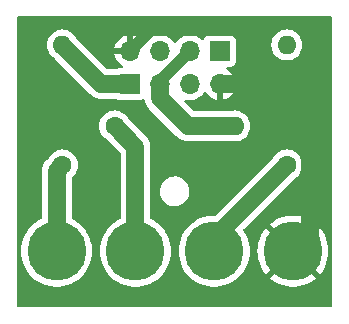
<source format=gtl>
G04 #@! TF.GenerationSoftware,KiCad,Pcbnew,7.0.10*
G04 #@! TF.CreationDate,2024-07-28T21:48:16+02:00*
G04 #@! TF.ProjectId,Traffic LED Board,54726166-6669-4632-904c-454420426f61,rev?*
G04 #@! TF.SameCoordinates,Original*
G04 #@! TF.FileFunction,Copper,L1,Top*
G04 #@! TF.FilePolarity,Positive*
%FSLAX46Y46*%
G04 Gerber Fmt 4.6, Leading zero omitted, Abs format (unit mm)*
G04 Created by KiCad (PCBNEW 7.0.10) date 2024-07-28 21:48:16*
%MOMM*%
%LPD*%
G01*
G04 APERTURE LIST*
G04 #@! TA.AperFunction,ComponentPad*
%ADD10R,1.700000X1.700000*%
G04 #@! TD*
G04 #@! TA.AperFunction,ComponentPad*
%ADD11O,1.700000X1.700000*%
G04 #@! TD*
G04 #@! TA.AperFunction,ComponentPad*
%ADD12C,5.000000*%
G04 #@! TD*
G04 #@! TA.AperFunction,ComponentPad*
%ADD13C,1.600000*%
G04 #@! TD*
G04 #@! TA.AperFunction,ComponentPad*
%ADD14O,1.600000X1.600000*%
G04 #@! TD*
G04 #@! TA.AperFunction,Conductor*
%ADD15C,1.500000*%
G04 #@! TD*
G04 #@! TA.AperFunction,Conductor*
%ADD16C,1.000000*%
G04 #@! TD*
G04 APERTURE END LIST*
D10*
X109474000Y-105918000D03*
D11*
X112014000Y-105918000D03*
X114554000Y-105918000D03*
X117094000Y-105918000D03*
D12*
X109950599Y-120064356D03*
D13*
X103774000Y-112776000D03*
D14*
X103774000Y-102616000D03*
D13*
X122774000Y-112776000D03*
D14*
X122774000Y-102616000D03*
D10*
X117094000Y-103124000D03*
D11*
X114554000Y-103124000D03*
X112014000Y-103124000D03*
X109474000Y-103124000D03*
D12*
X103283933Y-120064356D03*
X123283933Y-120064356D03*
D13*
X108194000Y-109474000D03*
D14*
X118354000Y-109474000D03*
D12*
X116617265Y-120064356D03*
D15*
X119888000Y-105918000D02*
X117094000Y-105918000D01*
X124714000Y-108458000D02*
X122174000Y-105918000D01*
D16*
X109474000Y-103124000D02*
X111252000Y-101346000D01*
D15*
X124714000Y-118634289D02*
X124714000Y-108458000D01*
X123283933Y-120064356D02*
X124714000Y-118634289D01*
D16*
X111252000Y-101346000D02*
X118416000Y-101346000D01*
D15*
X122174000Y-105918000D02*
X119888000Y-105918000D01*
D16*
X119888000Y-102818000D02*
X119888000Y-105918000D01*
X118416000Y-101346000D02*
X119888000Y-102818000D01*
D15*
X103283933Y-113266067D02*
X103774000Y-112776000D01*
X103283933Y-120064356D02*
X103283933Y-113266067D01*
X109950599Y-111230599D02*
X108194000Y-109474000D01*
X109950599Y-120064356D02*
X109950599Y-111230599D01*
X116617265Y-120064356D02*
X116617265Y-118932735D01*
X116617265Y-118932735D02*
X122774000Y-112776000D01*
X107076000Y-105918000D02*
X103774000Y-102616000D01*
X109474000Y-105918000D02*
X107076000Y-105918000D01*
D16*
X112014000Y-105918000D02*
X112014000Y-105664000D01*
X112014000Y-105664000D02*
X114554000Y-103124000D01*
D15*
X114367919Y-109474000D02*
X112014000Y-107120081D01*
X118354000Y-109474000D02*
X114367919Y-109474000D01*
X112014000Y-107120081D02*
X112014000Y-105918000D01*
G04 #@! TA.AperFunction,Conductor*
G36*
X126551500Y-100185224D02*
G01*
X126597255Y-100238028D01*
X126608461Y-100289539D01*
X126608461Y-124710461D01*
X126588776Y-124777500D01*
X126535972Y-124823255D01*
X126484461Y-124834461D01*
X100063539Y-124834461D01*
X99996500Y-124814776D01*
X99950745Y-124761972D01*
X99939539Y-124710461D01*
X99939539Y-120064359D01*
X100270334Y-120064359D01*
X100290711Y-120414213D01*
X100290712Y-120414224D01*
X100351563Y-120759331D01*
X100351565Y-120759338D01*
X100452076Y-121095069D01*
X100590879Y-121416848D01*
X100590885Y-121416861D01*
X100766108Y-121720357D01*
X100975378Y-122001456D01*
X100975383Y-122001462D01*
X100978394Y-122004653D01*
X101215876Y-122256368D01*
X101215882Y-122256373D01*
X101215884Y-122256375D01*
X101476197Y-122474805D01*
X101484336Y-122481634D01*
X101777133Y-122674209D01*
X102090307Y-122831491D01*
X102419623Y-122951352D01*
X102419629Y-122951353D01*
X102419631Y-122951354D01*
X102760611Y-123032169D01*
X102760618Y-123032170D01*
X102760627Y-123032172D01*
X103108708Y-123072856D01*
X103108715Y-123072856D01*
X103459151Y-123072856D01*
X103459158Y-123072856D01*
X103807239Y-123032172D01*
X103807248Y-123032169D01*
X103807254Y-123032169D01*
X104082304Y-122966979D01*
X104148243Y-122951352D01*
X104477559Y-122831491D01*
X104790733Y-122674209D01*
X105083530Y-122481634D01*
X105351990Y-122256368D01*
X105592484Y-122001460D01*
X105801758Y-121720356D01*
X105976983Y-121416857D01*
X106115790Y-121095068D01*
X106216300Y-120759340D01*
X106216650Y-120757358D01*
X106277153Y-120414224D01*
X106277152Y-120414224D01*
X106277155Y-120414213D01*
X106297532Y-120064356D01*
X106277155Y-119714499D01*
X106251868Y-119571089D01*
X106216302Y-119369380D01*
X106216300Y-119369373D01*
X106141407Y-119119212D01*
X106115790Y-119033644D01*
X105976983Y-118711855D01*
X105801758Y-118408356D01*
X105774567Y-118371832D01*
X105592487Y-118127255D01*
X105592482Y-118127249D01*
X105476195Y-118003994D01*
X105351990Y-117872344D01*
X105351983Y-117872338D01*
X105351981Y-117872336D01*
X105083533Y-117647080D01*
X104790727Y-117454499D01*
X104790725Y-117454498D01*
X104610782Y-117364127D01*
X104559708Y-117316449D01*
X104542433Y-117253317D01*
X104542433Y-113899870D01*
X104562118Y-113832831D01*
X104595308Y-113798296D01*
X104618300Y-113782198D01*
X104780198Y-113620300D01*
X104911523Y-113432749D01*
X105008284Y-113225243D01*
X105067543Y-113004087D01*
X105087498Y-112776000D01*
X105067543Y-112547913D01*
X105008284Y-112326757D01*
X104911523Y-112119251D01*
X104780198Y-111931700D01*
X104618300Y-111769802D01*
X104430749Y-111638477D01*
X104430745Y-111638475D01*
X104223249Y-111541718D01*
X104223238Y-111541714D01*
X104002089Y-111482457D01*
X104002081Y-111482456D01*
X103774002Y-111462502D01*
X103773998Y-111462502D01*
X103545918Y-111482456D01*
X103545910Y-111482457D01*
X103324761Y-111541714D01*
X103324750Y-111541718D01*
X103117254Y-111638475D01*
X103117252Y-111638476D01*
X103117251Y-111638477D01*
X102929700Y-111769802D01*
X102929698Y-111769803D01*
X102929695Y-111769806D01*
X102767806Y-111931695D01*
X102636473Y-112119256D01*
X102633057Y-112126582D01*
X102608360Y-112161850D01*
X102448939Y-112321271D01*
X102438574Y-112330535D01*
X102410716Y-112352751D01*
X102410710Y-112352757D01*
X102366822Y-112402991D01*
X102361133Y-112409078D01*
X102354067Y-112416144D01*
X102327767Y-112447646D01*
X102325963Y-112449758D01*
X102261670Y-112523348D01*
X102261665Y-112523354D01*
X102259379Y-112527181D01*
X102248132Y-112543034D01*
X102245261Y-112546472D01*
X102197022Y-112631487D01*
X102195623Y-112633889D01*
X102145485Y-112717807D01*
X102145476Y-112717825D01*
X102143904Y-112722014D01*
X102135672Y-112739610D01*
X102133465Y-112743500D01*
X102133464Y-112743501D01*
X102101167Y-112835798D01*
X102100220Y-112838410D01*
X102065883Y-112929902D01*
X102065881Y-112929908D01*
X102065082Y-112934312D01*
X102060121Y-112953104D01*
X102058647Y-112957316D01*
X102058646Y-112957319D01*
X102043357Y-113053845D01*
X102042892Y-113056584D01*
X102025433Y-113152800D01*
X102025433Y-113157259D01*
X102023906Y-113176662D01*
X102023207Y-113181068D01*
X102025402Y-113278821D01*
X102025433Y-113281603D01*
X102025433Y-117253317D01*
X102005748Y-117320356D01*
X101957084Y-117364127D01*
X101777140Y-117454498D01*
X101777138Y-117454499D01*
X101484332Y-117647080D01*
X101215884Y-117872336D01*
X101215874Y-117872346D01*
X100975383Y-118127249D01*
X100975378Y-118127255D01*
X100766108Y-118408354D01*
X100590885Y-118711850D01*
X100590879Y-118711863D01*
X100452076Y-119033642D01*
X100351565Y-119369373D01*
X100351563Y-119369380D01*
X100290712Y-119714487D01*
X100290711Y-119714498D01*
X100270334Y-120064352D01*
X100270334Y-120064359D01*
X99939539Y-120064359D01*
X99939539Y-109474001D01*
X106880502Y-109474001D01*
X106900456Y-109702081D01*
X106900457Y-109702089D01*
X106959714Y-109923238D01*
X106959718Y-109923249D01*
X107056475Y-110130745D01*
X107056477Y-110130749D01*
X107187802Y-110318300D01*
X107349700Y-110480198D01*
X107537251Y-110611523D01*
X107544573Y-110614937D01*
X107579850Y-110639638D01*
X108655780Y-111715568D01*
X108689265Y-111776891D01*
X108692099Y-111803249D01*
X108692099Y-117253317D01*
X108672414Y-117320356D01*
X108623750Y-117364127D01*
X108443806Y-117454498D01*
X108443804Y-117454499D01*
X108150998Y-117647080D01*
X107882550Y-117872336D01*
X107882540Y-117872346D01*
X107642049Y-118127249D01*
X107642044Y-118127255D01*
X107432774Y-118408354D01*
X107257551Y-118711850D01*
X107257545Y-118711863D01*
X107118742Y-119033642D01*
X107018231Y-119369373D01*
X107018229Y-119369380D01*
X106957378Y-119714487D01*
X106957377Y-119714498D01*
X106937000Y-120064352D01*
X106937000Y-120064359D01*
X106957377Y-120414213D01*
X106957378Y-120414224D01*
X107018229Y-120759331D01*
X107018231Y-120759338D01*
X107118742Y-121095069D01*
X107257545Y-121416848D01*
X107257551Y-121416861D01*
X107432774Y-121720357D01*
X107642044Y-122001456D01*
X107642049Y-122001462D01*
X107645060Y-122004653D01*
X107882542Y-122256368D01*
X107882548Y-122256373D01*
X107882550Y-122256375D01*
X108142863Y-122474805D01*
X108151002Y-122481634D01*
X108443799Y-122674209D01*
X108756973Y-122831491D01*
X109086289Y-122951352D01*
X109086295Y-122951353D01*
X109086297Y-122951354D01*
X109427277Y-123032169D01*
X109427284Y-123032170D01*
X109427293Y-123032172D01*
X109775374Y-123072856D01*
X109775381Y-123072856D01*
X110125817Y-123072856D01*
X110125824Y-123072856D01*
X110473905Y-123032172D01*
X110473914Y-123032169D01*
X110473920Y-123032169D01*
X110748970Y-122966979D01*
X110814909Y-122951352D01*
X111144225Y-122831491D01*
X111457399Y-122674209D01*
X111750196Y-122481634D01*
X112018656Y-122256368D01*
X112259150Y-122001460D01*
X112468424Y-121720356D01*
X112643649Y-121416857D01*
X112782456Y-121095068D01*
X112882966Y-120759340D01*
X112883316Y-120757358D01*
X112943819Y-120414224D01*
X112943818Y-120414224D01*
X112943821Y-120414213D01*
X112964198Y-120064359D01*
X113603666Y-120064359D01*
X113624043Y-120414213D01*
X113624044Y-120414224D01*
X113684895Y-120759331D01*
X113684897Y-120759338D01*
X113785408Y-121095069D01*
X113924211Y-121416848D01*
X113924217Y-121416861D01*
X114099440Y-121720357D01*
X114308710Y-122001456D01*
X114308715Y-122001462D01*
X114311726Y-122004653D01*
X114549208Y-122256368D01*
X114549214Y-122256373D01*
X114549216Y-122256375D01*
X114809529Y-122474805D01*
X114817668Y-122481634D01*
X115110465Y-122674209D01*
X115423639Y-122831491D01*
X115752955Y-122951352D01*
X115752961Y-122951353D01*
X115752963Y-122951354D01*
X116093943Y-123032169D01*
X116093950Y-123032170D01*
X116093959Y-123032172D01*
X116442040Y-123072856D01*
X116442047Y-123072856D01*
X116792483Y-123072856D01*
X116792490Y-123072856D01*
X117140571Y-123032172D01*
X117140580Y-123032169D01*
X117140586Y-123032169D01*
X117415636Y-122966979D01*
X117481575Y-122951352D01*
X117810891Y-122831491D01*
X118124065Y-122674209D01*
X118416862Y-122481634D01*
X118685322Y-122256368D01*
X118925816Y-122001460D01*
X119135090Y-121720356D01*
X119310315Y-121416857D01*
X119449122Y-121095068D01*
X119549632Y-120759340D01*
X119549982Y-120757358D01*
X119610485Y-120414224D01*
X119610484Y-120414224D01*
X119610487Y-120414213D01*
X119630864Y-120064359D01*
X120278849Y-120064359D01*
X120299168Y-120413225D01*
X120299169Y-120413236D01*
X120359847Y-120757358D01*
X120359849Y-120757367D01*
X120460078Y-121092156D01*
X120598488Y-121413026D01*
X120598494Y-121413039D01*
X120773222Y-121715678D01*
X120981900Y-121995981D01*
X120990081Y-122004652D01*
X122237597Y-120757136D01*
X122376788Y-120931676D01*
X122546232Y-121079714D01*
X122593741Y-121108099D01*
X121346751Y-122355089D01*
X121346752Y-122355090D01*
X121489417Y-122474801D01*
X121781394Y-122666836D01*
X122093672Y-122823670D01*
X122093678Y-122823672D01*
X122422063Y-122943194D01*
X122422066Y-122943195D01*
X122762104Y-123023785D01*
X123109209Y-123064355D01*
X123109210Y-123064356D01*
X123458656Y-123064356D01*
X123458656Y-123064355D01*
X123805760Y-123023785D01*
X123805762Y-123023785D01*
X124145799Y-122943195D01*
X124145802Y-122943194D01*
X124474187Y-122823672D01*
X124474193Y-122823670D01*
X124786471Y-122666836D01*
X125078442Y-122474805D01*
X125078443Y-122474804D01*
X125221112Y-122355090D01*
X125221113Y-122355089D01*
X123974059Y-121108034D01*
X124109680Y-121009500D01*
X124265172Y-120846868D01*
X124326734Y-120753605D01*
X125577782Y-122004653D01*
X125577784Y-122004652D01*
X125585955Y-121995992D01*
X125585966Y-121995979D01*
X125794643Y-121715678D01*
X125969371Y-121413039D01*
X125969377Y-121413026D01*
X126107787Y-121092156D01*
X126208016Y-120757367D01*
X126208018Y-120757358D01*
X126268696Y-120413236D01*
X126268697Y-120413225D01*
X126289017Y-120064359D01*
X126289017Y-120064352D01*
X126268697Y-119715486D01*
X126268696Y-119715475D01*
X126208018Y-119371353D01*
X126208016Y-119371344D01*
X126107787Y-119036555D01*
X125969377Y-118715685D01*
X125969371Y-118715672D01*
X125794643Y-118413033D01*
X125585965Y-118132730D01*
X125577783Y-118124058D01*
X124330267Y-119371573D01*
X124191078Y-119197036D01*
X124021634Y-119048998D01*
X123974123Y-119020611D01*
X125221113Y-117773621D01*
X125221112Y-117773620D01*
X125078452Y-117653913D01*
X124786471Y-117461875D01*
X124474193Y-117305041D01*
X124474187Y-117305039D01*
X124145802Y-117185517D01*
X124145799Y-117185516D01*
X123805761Y-117104926D01*
X123458656Y-117064356D01*
X123109210Y-117064356D01*
X122762105Y-117104926D01*
X122762103Y-117104926D01*
X122422066Y-117185516D01*
X122422063Y-117185517D01*
X122093678Y-117305039D01*
X122093672Y-117305041D01*
X121781394Y-117461875D01*
X121489413Y-117653913D01*
X121346752Y-117773620D01*
X121346751Y-117773621D01*
X122593807Y-119020677D01*
X122458186Y-119119212D01*
X122302694Y-119281844D01*
X122241131Y-119375107D01*
X120990081Y-118124057D01*
X120990080Y-118124058D01*
X120981909Y-118132719D01*
X120981905Y-118132724D01*
X120773222Y-118413033D01*
X120598494Y-118715672D01*
X120598488Y-118715685D01*
X120460078Y-119036555D01*
X120359849Y-119371344D01*
X120359847Y-119371353D01*
X120299169Y-119715475D01*
X120299168Y-119715486D01*
X120278849Y-120064352D01*
X120278849Y-120064359D01*
X119630864Y-120064359D01*
X119630864Y-120064356D01*
X119610487Y-119714499D01*
X119585200Y-119571089D01*
X119549634Y-119369380D01*
X119549632Y-119369373D01*
X119474739Y-119119212D01*
X119449122Y-119033644D01*
X119310315Y-118711855D01*
X119135090Y-118408356D01*
X119107898Y-118371831D01*
X119083656Y-118306303D01*
X119098689Y-118238069D01*
X119119678Y-118210108D01*
X123388149Y-113941637D01*
X123423429Y-113916936D01*
X123430749Y-113913523D01*
X123618300Y-113782198D01*
X123780198Y-113620300D01*
X123911523Y-113432749D01*
X124008284Y-113225243D01*
X124067543Y-113004087D01*
X124087498Y-112776000D01*
X124067543Y-112547913D01*
X124008284Y-112326757D01*
X123911523Y-112119251D01*
X123780198Y-111931700D01*
X123618300Y-111769802D01*
X123430749Y-111638477D01*
X123430745Y-111638475D01*
X123223249Y-111541718D01*
X123223238Y-111541714D01*
X123002089Y-111482457D01*
X123002081Y-111482456D01*
X122774002Y-111462502D01*
X122773998Y-111462502D01*
X122545918Y-111482456D01*
X122545910Y-111482457D01*
X122324761Y-111541714D01*
X122324750Y-111541718D01*
X122117254Y-111638475D01*
X122117252Y-111638476D01*
X122117251Y-111638477D01*
X121929700Y-111769802D01*
X121929698Y-111769803D01*
X121929695Y-111769806D01*
X121767806Y-111931695D01*
X121636473Y-112119256D01*
X121633057Y-112126582D01*
X121608360Y-112161850D01*
X116750675Y-117019537D01*
X116689352Y-117053022D01*
X116662994Y-117055856D01*
X116442040Y-117055856D01*
X116137469Y-117091454D01*
X116093958Y-117096540D01*
X116093943Y-117096542D01*
X115752963Y-117177357D01*
X115752942Y-117177364D01*
X115423637Y-117297221D01*
X115423631Y-117297224D01*
X115110468Y-117454501D01*
X114817664Y-117647080D01*
X114549216Y-117872336D01*
X114549206Y-117872346D01*
X114308715Y-118127249D01*
X114308710Y-118127255D01*
X114099440Y-118408354D01*
X113924217Y-118711850D01*
X113924211Y-118711863D01*
X113785408Y-119033642D01*
X113684897Y-119369373D01*
X113684895Y-119369380D01*
X113624044Y-119714487D01*
X113624043Y-119714498D01*
X113603666Y-120064352D01*
X113603666Y-120064359D01*
X112964198Y-120064359D01*
X112964198Y-120064356D01*
X112943821Y-119714499D01*
X112918534Y-119571089D01*
X112882968Y-119369380D01*
X112882966Y-119369373D01*
X112808073Y-119119212D01*
X112782456Y-119033644D01*
X112643649Y-118711855D01*
X112468424Y-118408356D01*
X112441233Y-118371832D01*
X112259153Y-118127255D01*
X112259148Y-118127249D01*
X112142861Y-118003994D01*
X112018656Y-117872344D01*
X112018649Y-117872338D01*
X112018647Y-117872336D01*
X111750199Y-117647080D01*
X111457393Y-117454499D01*
X111457391Y-117454498D01*
X111277448Y-117364127D01*
X111226374Y-117316449D01*
X111209099Y-117253317D01*
X111209099Y-115056330D01*
X112019710Y-115056330D01*
X112049925Y-115279387D01*
X112049926Y-115279390D01*
X112119483Y-115493465D01*
X112226146Y-115691678D01*
X112226148Y-115691681D01*
X112366489Y-115867663D01*
X112366491Y-115867664D01*
X112366492Y-115867666D01*
X112536004Y-116015765D01*
X112729236Y-116131215D01*
X112939976Y-116210307D01*
X113161450Y-116250500D01*
X113161453Y-116250500D01*
X113330148Y-116250500D01*
X113330155Y-116250500D01*
X113498188Y-116235377D01*
X113498192Y-116235376D01*
X113715160Y-116175496D01*
X113715162Y-116175495D01*
X113715170Y-116175493D01*
X113917973Y-116077829D01*
X114100078Y-115945522D01*
X114255632Y-115782825D01*
X114379635Y-115594968D01*
X114468103Y-115387988D01*
X114518191Y-115168537D01*
X114528290Y-114943670D01*
X114498075Y-114720613D01*
X114428517Y-114506536D01*
X114321852Y-114308319D01*
X114181508Y-114132334D01*
X114011996Y-113984235D01*
X113818764Y-113868785D01*
X113700775Y-113824503D01*
X113608023Y-113789692D01*
X113386550Y-113749500D01*
X113386547Y-113749500D01*
X113217845Y-113749500D01*
X113179399Y-113752960D01*
X113049813Y-113764622D01*
X113049807Y-113764623D01*
X112832839Y-113824503D01*
X112832826Y-113824508D01*
X112630033Y-113922167D01*
X112630025Y-113922171D01*
X112447927Y-114054473D01*
X112447925Y-114054474D01*
X112292366Y-114217176D01*
X112168363Y-114405033D01*
X112079899Y-114612004D01*
X112079895Y-114612017D01*
X112029810Y-114831457D01*
X112029808Y-114831468D01*
X112024769Y-114943674D01*
X112019710Y-115056330D01*
X111209099Y-115056330D01*
X111209099Y-111308238D01*
X111209879Y-111294353D01*
X111213868Y-111258951D01*
X111209379Y-111192385D01*
X111209099Y-111184044D01*
X111209099Y-111174084D01*
X111209099Y-111174077D01*
X111205417Y-111133173D01*
X111205203Y-111130441D01*
X111198630Y-111032935D01*
X111198629Y-111032930D01*
X111197540Y-111028608D01*
X111194280Y-111009418D01*
X111193881Y-111004982D01*
X111193879Y-111004975D01*
X111167864Y-110910713D01*
X111167167Y-110908072D01*
X111143277Y-110813260D01*
X111143276Y-110813258D01*
X111141434Y-110809202D01*
X111134796Y-110790893D01*
X111133612Y-110786604D01*
X111091196Y-110698526D01*
X111090039Y-110696054D01*
X111049593Y-110607009D01*
X111047051Y-110603340D01*
X111037257Y-110586521D01*
X111035325Y-110582508D01*
X111035324Y-110582507D01*
X111035324Y-110582506D01*
X110977837Y-110503383D01*
X110976263Y-110501165D01*
X110961734Y-110480193D01*
X110920585Y-110420797D01*
X110917431Y-110417643D01*
X110904796Y-110402850D01*
X110902171Y-110399238D01*
X110902172Y-110399238D01*
X110893673Y-110391112D01*
X110831463Y-110331633D01*
X110829519Y-110329731D01*
X109359638Y-108859850D01*
X109334937Y-108824573D01*
X109331523Y-108817251D01*
X109200198Y-108629700D01*
X109038300Y-108467802D01*
X108850749Y-108336477D01*
X108850745Y-108336475D01*
X108643249Y-108239718D01*
X108643238Y-108239714D01*
X108422089Y-108180457D01*
X108422081Y-108180456D01*
X108194002Y-108160502D01*
X108193998Y-108160502D01*
X107965918Y-108180456D01*
X107965910Y-108180457D01*
X107744761Y-108239714D01*
X107744750Y-108239718D01*
X107537254Y-108336475D01*
X107537252Y-108336476D01*
X107537251Y-108336477D01*
X107349700Y-108467802D01*
X107349698Y-108467803D01*
X107349695Y-108467806D01*
X107187806Y-108629695D01*
X107056476Y-108817252D01*
X107056475Y-108817254D01*
X106959718Y-109024750D01*
X106959714Y-109024761D01*
X106900457Y-109245910D01*
X106900456Y-109245918D01*
X106880502Y-109473998D01*
X106880502Y-109474001D01*
X99939539Y-109474001D01*
X99939539Y-102616001D01*
X102460502Y-102616001D01*
X102480456Y-102844081D01*
X102480457Y-102844089D01*
X102539714Y-103065238D01*
X102539718Y-103065249D01*
X102625869Y-103250000D01*
X102636477Y-103272749D01*
X102767802Y-103460300D01*
X102929700Y-103622198D01*
X103117251Y-103753523D01*
X103124573Y-103756937D01*
X103159850Y-103781638D01*
X106131203Y-106752991D01*
X106140469Y-106763359D01*
X106162685Y-106791217D01*
X106212927Y-106835112D01*
X106219024Y-106840812D01*
X106226073Y-106847861D01*
X106257633Y-106874208D01*
X106259616Y-106875902D01*
X106326478Y-106934318D01*
X106333283Y-106940264D01*
X106337105Y-106942547D01*
X106352977Y-106953808D01*
X106356406Y-106956671D01*
X106441470Y-107004938D01*
X106443789Y-107006288D01*
X106527750Y-107056453D01*
X106531931Y-107058022D01*
X106549554Y-107066267D01*
X106553433Y-107068468D01*
X106645797Y-107100787D01*
X106648258Y-107101680D01*
X106739839Y-107136051D01*
X106744231Y-107136848D01*
X106763047Y-107141815D01*
X106767254Y-107143287D01*
X106863896Y-107158592D01*
X106866490Y-107159033D01*
X106938611Y-107172122D01*
X106962732Y-107176500D01*
X106962733Y-107176500D01*
X106967192Y-107176500D01*
X106986591Y-107178026D01*
X106991000Y-107178725D01*
X106991000Y-107178724D01*
X106991001Y-107178725D01*
X107088755Y-107176531D01*
X107091537Y-107176500D01*
X108279900Y-107176500D01*
X108346939Y-107196185D01*
X108354211Y-107201234D01*
X108377792Y-107218887D01*
X108377793Y-107218888D01*
X108457545Y-107248634D01*
X108514799Y-107269989D01*
X108542050Y-107272918D01*
X108575345Y-107276499D01*
X108575362Y-107276500D01*
X110372638Y-107276500D01*
X110372654Y-107276499D01*
X110399692Y-107273591D01*
X110433201Y-107269989D01*
X110570204Y-107218889D01*
X110570204Y-107218888D01*
X110570206Y-107218888D01*
X110577992Y-107214637D01*
X110579058Y-107216590D01*
X110632986Y-107196467D01*
X110701261Y-107211309D01*
X110750674Y-107260707D01*
X110765568Y-107311799D01*
X110765968Y-107317738D01*
X110765972Y-107317762D01*
X110767061Y-107322083D01*
X110770317Y-107341243D01*
X110770718Y-107345698D01*
X110796725Y-107439935D01*
X110797434Y-107442623D01*
X110821318Y-107537410D01*
X110821324Y-107537427D01*
X110823168Y-107541486D01*
X110829797Y-107559767D01*
X110830986Y-107564074D01*
X110873403Y-107652155D01*
X110874565Y-107654639D01*
X110915002Y-107743665D01*
X110915003Y-107743666D01*
X110917543Y-107747332D01*
X110927340Y-107764156D01*
X110929270Y-107768165D01*
X110929273Y-107768169D01*
X110929275Y-107768174D01*
X110929278Y-107768178D01*
X110986728Y-107847251D01*
X110988338Y-107849520D01*
X111044014Y-107929883D01*
X111047168Y-107933037D01*
X111059801Y-107947827D01*
X111062427Y-107951442D01*
X111062428Y-107951443D01*
X111062429Y-107951444D01*
X111133135Y-108019046D01*
X111135078Y-108020947D01*
X113423122Y-110308991D01*
X113432388Y-110319359D01*
X113454604Y-110347217D01*
X113504846Y-110391112D01*
X113510943Y-110396812D01*
X113517992Y-110403861D01*
X113549552Y-110430208D01*
X113551535Y-110431902D01*
X113618397Y-110490318D01*
X113625202Y-110496264D01*
X113629024Y-110498547D01*
X113644896Y-110509808D01*
X113648325Y-110512671D01*
X113733389Y-110560938D01*
X113735708Y-110562288D01*
X113819669Y-110612453D01*
X113823850Y-110614022D01*
X113841473Y-110622267D01*
X113845352Y-110624468D01*
X113937716Y-110656787D01*
X113940177Y-110657680D01*
X114031758Y-110692051D01*
X114036150Y-110692848D01*
X114054966Y-110697815D01*
X114059173Y-110699287D01*
X114155815Y-110714592D01*
X114158409Y-110715033D01*
X114230530Y-110728122D01*
X114254651Y-110732500D01*
X114254652Y-110732500D01*
X114259111Y-110732500D01*
X114278510Y-110734026D01*
X114282919Y-110734725D01*
X114282919Y-110734724D01*
X114282920Y-110734725D01*
X114380674Y-110732531D01*
X114383456Y-110732500D01*
X117978806Y-110732500D01*
X118010899Y-110736724D01*
X118125913Y-110767543D01*
X118288832Y-110781796D01*
X118353998Y-110787498D01*
X118354000Y-110787498D01*
X118354002Y-110787498D01*
X118411021Y-110782509D01*
X118582087Y-110767543D01*
X118803243Y-110708284D01*
X119010749Y-110611523D01*
X119198300Y-110480198D01*
X119360198Y-110318300D01*
X119491523Y-110130749D01*
X119588284Y-109923243D01*
X119647543Y-109702087D01*
X119667498Y-109474000D01*
X119647543Y-109245913D01*
X119588284Y-109024757D01*
X119491523Y-108817251D01*
X119360198Y-108629700D01*
X119198300Y-108467802D01*
X119010749Y-108336477D01*
X119010745Y-108336475D01*
X118803249Y-108239718D01*
X118803238Y-108239714D01*
X118582089Y-108180457D01*
X118582081Y-108180456D01*
X118354002Y-108160502D01*
X118353998Y-108160502D01*
X118125918Y-108180456D01*
X118125910Y-108180457D01*
X118010900Y-108211275D01*
X117978806Y-108215500D01*
X114940569Y-108215500D01*
X114873530Y-108195815D01*
X114852888Y-108179181D01*
X114125517Y-107451810D01*
X114092032Y-107390487D01*
X114097016Y-107320795D01*
X114138888Y-107264862D01*
X114204352Y-107240445D01*
X114233601Y-107241819D01*
X114441431Y-107276500D01*
X114441432Y-107276500D01*
X114666569Y-107276500D01*
X114888635Y-107239444D01*
X115101574Y-107166342D01*
X115299576Y-107059189D01*
X115477240Y-106920906D01*
X115576614Y-106812957D01*
X115629715Y-106755276D01*
X115629715Y-106755275D01*
X115629722Y-106755268D01*
X115723749Y-106611347D01*
X115776894Y-106565994D01*
X115846125Y-106556570D01*
X115909461Y-106586072D01*
X115929130Y-106608048D01*
X116055890Y-106789078D01*
X116222917Y-106956105D01*
X116416421Y-107091600D01*
X116630507Y-107191429D01*
X116630516Y-107191433D01*
X116844000Y-107248634D01*
X116844000Y-106353501D01*
X116951685Y-106402680D01*
X117058237Y-106418000D01*
X117129763Y-106418000D01*
X117236315Y-106402680D01*
X117344000Y-106353501D01*
X117344000Y-107248633D01*
X117557483Y-107191433D01*
X117557492Y-107191429D01*
X117771578Y-107091600D01*
X117965082Y-106956105D01*
X118132105Y-106789082D01*
X118267600Y-106595578D01*
X118367429Y-106381492D01*
X118367432Y-106381486D01*
X118424636Y-106168000D01*
X117527686Y-106168000D01*
X117553493Y-106127844D01*
X117594000Y-105989889D01*
X117594000Y-105846111D01*
X117553493Y-105708156D01*
X117527686Y-105668000D01*
X118424636Y-105668000D01*
X118424635Y-105667999D01*
X118367432Y-105454513D01*
X118367429Y-105454507D01*
X118267600Y-105240422D01*
X118267599Y-105240420D01*
X118132113Y-105046926D01*
X118132108Y-105046920D01*
X117965082Y-104879894D01*
X117771578Y-104744399D01*
X117716855Y-104718882D01*
X117664416Y-104672710D01*
X117645264Y-104605516D01*
X117665480Y-104538635D01*
X117718645Y-104493300D01*
X117769260Y-104482500D01*
X117992638Y-104482500D01*
X117992654Y-104482499D01*
X118019692Y-104479591D01*
X118053201Y-104475989D01*
X118190204Y-104424889D01*
X118307261Y-104337261D01*
X118394889Y-104220204D01*
X118445989Y-104083201D01*
X118449591Y-104049692D01*
X118452499Y-104022654D01*
X118452500Y-104022637D01*
X118452500Y-102616001D01*
X121460502Y-102616001D01*
X121480456Y-102844081D01*
X121480457Y-102844089D01*
X121539714Y-103065238D01*
X121539718Y-103065249D01*
X121625869Y-103250000D01*
X121636477Y-103272749D01*
X121767802Y-103460300D01*
X121929700Y-103622198D01*
X122117251Y-103753523D01*
X122205670Y-103794753D01*
X122324750Y-103850281D01*
X122324752Y-103850281D01*
X122324757Y-103850284D01*
X122545913Y-103909543D01*
X122708832Y-103923796D01*
X122773998Y-103929498D01*
X122774000Y-103929498D01*
X122774002Y-103929498D01*
X122831021Y-103924509D01*
X123002087Y-103909543D01*
X123223243Y-103850284D01*
X123430749Y-103753523D01*
X123618300Y-103622198D01*
X123780198Y-103460300D01*
X123911523Y-103272749D01*
X124008284Y-103065243D01*
X124067543Y-102844087D01*
X124087498Y-102616000D01*
X124067543Y-102387913D01*
X124008284Y-102166757D01*
X123911523Y-101959251D01*
X123780198Y-101771700D01*
X123618300Y-101609802D01*
X123430749Y-101478477D01*
X123430745Y-101478475D01*
X123223249Y-101381718D01*
X123223238Y-101381714D01*
X123002089Y-101322457D01*
X123002081Y-101322456D01*
X122774002Y-101302502D01*
X122773998Y-101302502D01*
X122545918Y-101322456D01*
X122545910Y-101322457D01*
X122324761Y-101381714D01*
X122324750Y-101381718D01*
X122117254Y-101478475D01*
X122117252Y-101478476D01*
X122117251Y-101478477D01*
X121929700Y-101609802D01*
X121929698Y-101609803D01*
X121929695Y-101609806D01*
X121767806Y-101771695D01*
X121767803Y-101771698D01*
X121767802Y-101771700D01*
X121695011Y-101875656D01*
X121636476Y-101959252D01*
X121636475Y-101959254D01*
X121539718Y-102166750D01*
X121539714Y-102166761D01*
X121480457Y-102387910D01*
X121480456Y-102387918D01*
X121460502Y-102615998D01*
X121460502Y-102616001D01*
X118452500Y-102616001D01*
X118452500Y-102225362D01*
X118452499Y-102225345D01*
X118448672Y-102189759D01*
X118445989Y-102164799D01*
X118394889Y-102027796D01*
X118307261Y-101910739D01*
X118190204Y-101823111D01*
X118053203Y-101772011D01*
X117992654Y-101765500D01*
X117992638Y-101765500D01*
X116195362Y-101765500D01*
X116195345Y-101765500D01*
X116134797Y-101772011D01*
X116134795Y-101772011D01*
X115997795Y-101823111D01*
X115880739Y-101910739D01*
X115793111Y-102027795D01*
X115747861Y-102149111D01*
X115705989Y-102205044D01*
X115640524Y-102229460D01*
X115572252Y-102214607D01*
X115540454Y-102189762D01*
X115477240Y-102121094D01*
X115299576Y-101982811D01*
X115299575Y-101982810D01*
X115299572Y-101982808D01*
X115101580Y-101875661D01*
X115101577Y-101875659D01*
X115101574Y-101875658D01*
X115101571Y-101875657D01*
X115101569Y-101875656D01*
X114888637Y-101802556D01*
X114666569Y-101765500D01*
X114441431Y-101765500D01*
X114219362Y-101802556D01*
X114006430Y-101875656D01*
X114006419Y-101875661D01*
X113808427Y-101982808D01*
X113808422Y-101982812D01*
X113630761Y-102121092D01*
X113630756Y-102121097D01*
X113478284Y-102286723D01*
X113478276Y-102286734D01*
X113387808Y-102425206D01*
X113334662Y-102470562D01*
X113265431Y-102479986D01*
X113202095Y-102450484D01*
X113180192Y-102425206D01*
X113089723Y-102286734D01*
X113089715Y-102286723D01*
X112937243Y-102121097D01*
X112937238Y-102121092D01*
X112759577Y-101982812D01*
X112759572Y-101982808D01*
X112561580Y-101875661D01*
X112561577Y-101875659D01*
X112561574Y-101875658D01*
X112561571Y-101875657D01*
X112561569Y-101875656D01*
X112348637Y-101802556D01*
X112126569Y-101765500D01*
X111901431Y-101765500D01*
X111679362Y-101802556D01*
X111466430Y-101875656D01*
X111466419Y-101875661D01*
X111268427Y-101982808D01*
X111268422Y-101982812D01*
X111090761Y-102121092D01*
X111090756Y-102121097D01*
X110938284Y-102286723D01*
X110938276Y-102286734D01*
X110844251Y-102430650D01*
X110791105Y-102476007D01*
X110721873Y-102485430D01*
X110658538Y-102455928D01*
X110638868Y-102433951D01*
X110512113Y-102252926D01*
X110512108Y-102252920D01*
X110345082Y-102085894D01*
X110151578Y-101950399D01*
X109937492Y-101850570D01*
X109937486Y-101850567D01*
X109724000Y-101793364D01*
X109724000Y-102688498D01*
X109616315Y-102639320D01*
X109509763Y-102624000D01*
X109438237Y-102624000D01*
X109331685Y-102639320D01*
X109224000Y-102688498D01*
X109224000Y-101793364D01*
X109223999Y-101793364D01*
X109010513Y-101850567D01*
X109010507Y-101850570D01*
X108796422Y-101950399D01*
X108796420Y-101950400D01*
X108602926Y-102085886D01*
X108602920Y-102085891D01*
X108435891Y-102252920D01*
X108435886Y-102252926D01*
X108300400Y-102446420D01*
X108300399Y-102446422D01*
X108200570Y-102660507D01*
X108200567Y-102660513D01*
X108143364Y-102873999D01*
X108143364Y-102874000D01*
X109040314Y-102874000D01*
X109014507Y-102914156D01*
X108974000Y-103052111D01*
X108974000Y-103195889D01*
X109014507Y-103333844D01*
X109040314Y-103374000D01*
X108143364Y-103374000D01*
X108200567Y-103587486D01*
X108200570Y-103587492D01*
X108300399Y-103801578D01*
X108435894Y-103995082D01*
X108602917Y-104162105D01*
X108796421Y-104297600D01*
X108851145Y-104323118D01*
X108903584Y-104369290D01*
X108922736Y-104436484D01*
X108902520Y-104503365D01*
X108849355Y-104548700D01*
X108798740Y-104559500D01*
X108575345Y-104559500D01*
X108514797Y-104566011D01*
X108514795Y-104566011D01*
X108377793Y-104617111D01*
X108377792Y-104617112D01*
X108354211Y-104634766D01*
X108288747Y-104659184D01*
X108279900Y-104659500D01*
X107648650Y-104659500D01*
X107581611Y-104639815D01*
X107560969Y-104623181D01*
X104939638Y-102001850D01*
X104914937Y-101966573D01*
X104911523Y-101959251D01*
X104780198Y-101771700D01*
X104618300Y-101609802D01*
X104430749Y-101478477D01*
X104430745Y-101478475D01*
X104223249Y-101381718D01*
X104223238Y-101381714D01*
X104002089Y-101322457D01*
X104002081Y-101322456D01*
X103774002Y-101302502D01*
X103773998Y-101302502D01*
X103545918Y-101322456D01*
X103545910Y-101322457D01*
X103324761Y-101381714D01*
X103324750Y-101381718D01*
X103117254Y-101478475D01*
X103117252Y-101478476D01*
X103117251Y-101478477D01*
X102929700Y-101609802D01*
X102929698Y-101609803D01*
X102929695Y-101609806D01*
X102767806Y-101771695D01*
X102767803Y-101771698D01*
X102767802Y-101771700D01*
X102695011Y-101875656D01*
X102636476Y-101959252D01*
X102636475Y-101959254D01*
X102539718Y-102166750D01*
X102539714Y-102166761D01*
X102480457Y-102387910D01*
X102480456Y-102387918D01*
X102460502Y-102615998D01*
X102460502Y-102616001D01*
X99939539Y-102616001D01*
X99939539Y-100289539D01*
X99959224Y-100222500D01*
X100012028Y-100176745D01*
X100063539Y-100165539D01*
X126484461Y-100165539D01*
X126551500Y-100185224D01*
G37*
G04 #@! TD.AperFunction*
M02*

</source>
